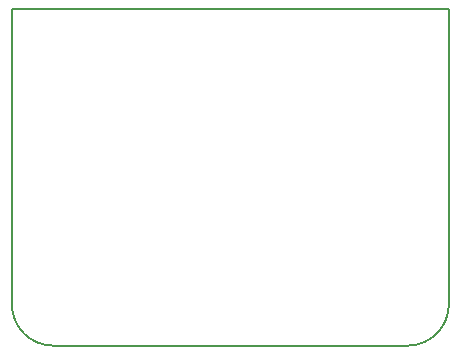
<source format=gm1>
G04 #@! TF.FileFunction,Profile,NP*
%FSLAX46Y46*%
G04 Gerber Fmt 4.6, Leading zero omitted, Abs format (unit mm)*
G04 Created by KiCad (PCBNEW 4.0.2-stable) date 21/05/2016 00:23:07*
%MOMM*%
G01*
G04 APERTURE LIST*
%ADD10C,0.100000*%
%ADD11C,0.150000*%
G04 APERTURE END LIST*
D10*
D11*
X0Y28500000D02*
X0Y3500000D01*
X37000000Y28500000D02*
X0Y28500000D01*
X37000000Y3500000D02*
X37000000Y28500000D01*
X3500000Y0D02*
X33500000Y0D01*
X33500000Y0D02*
G75*
G03X37000000Y3500000I0J3500000D01*
G01*
X0Y3500000D02*
G75*
G03X3500000Y0I3500000J0D01*
G01*
M02*

</source>
